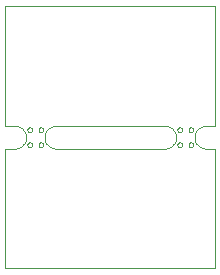
<source format=gtp>
G75*
%MOIN*%
%OFA0B0*%
%FSLAX24Y24*%
%IPPOS*%
%LPD*%
%AMOC8*
5,1,8,0,0,1.08239X$1,22.5*
%
%ADD10C,0.0000*%
D10*
X000330Y000150D02*
X000330Y004145D01*
X000643Y004145D01*
X000680Y004147D01*
X000717Y004152D01*
X000753Y004161D01*
X000788Y004174D01*
X000821Y004190D01*
X000853Y004209D01*
X000883Y004231D01*
X000910Y004256D01*
X000935Y004283D01*
X000957Y004313D01*
X000976Y004345D01*
X000992Y004378D01*
X001005Y004413D01*
X001014Y004449D01*
X001019Y004486D01*
X001021Y004523D01*
X001019Y004560D01*
X001014Y004597D01*
X001005Y004633D01*
X000992Y004668D01*
X000976Y004701D01*
X000957Y004733D01*
X000935Y004763D01*
X000910Y004790D01*
X000883Y004815D01*
X000853Y004837D01*
X000821Y004856D01*
X000788Y004872D01*
X000753Y004885D01*
X000717Y004894D01*
X000680Y004899D01*
X000643Y004901D01*
X000643Y004900D02*
X000330Y004900D01*
X000330Y008895D01*
X007322Y008895D01*
X007322Y004900D01*
X007018Y004900D01*
X007018Y004901D02*
X006981Y004899D01*
X006944Y004894D01*
X006908Y004885D01*
X006873Y004872D01*
X006840Y004856D01*
X006808Y004837D01*
X006778Y004815D01*
X006751Y004790D01*
X006726Y004763D01*
X006704Y004733D01*
X006685Y004701D01*
X006669Y004668D01*
X006656Y004633D01*
X006647Y004597D01*
X006642Y004560D01*
X006640Y004523D01*
X006642Y004486D01*
X006647Y004449D01*
X006656Y004413D01*
X006669Y004378D01*
X006685Y004345D01*
X006704Y004313D01*
X006726Y004283D01*
X006751Y004256D01*
X006778Y004231D01*
X006808Y004209D01*
X006840Y004190D01*
X006873Y004174D01*
X006908Y004161D01*
X006944Y004152D01*
X006981Y004147D01*
X007018Y004145D01*
X007322Y004145D01*
X007322Y000150D01*
X000330Y000150D01*
X002018Y004145D02*
X005643Y004145D01*
X005680Y004147D01*
X005717Y004152D01*
X005753Y004161D01*
X005788Y004174D01*
X005821Y004190D01*
X005853Y004209D01*
X005883Y004231D01*
X005910Y004256D01*
X005935Y004283D01*
X005957Y004313D01*
X005976Y004345D01*
X005992Y004378D01*
X006005Y004413D01*
X006014Y004449D01*
X006019Y004486D01*
X006021Y004523D01*
X006019Y004560D01*
X006014Y004597D01*
X006005Y004633D01*
X005992Y004668D01*
X005976Y004701D01*
X005957Y004733D01*
X005935Y004763D01*
X005910Y004790D01*
X005883Y004815D01*
X005853Y004837D01*
X005821Y004856D01*
X005788Y004872D01*
X005753Y004885D01*
X005717Y004894D01*
X005680Y004899D01*
X005643Y004901D01*
X005643Y004900D02*
X002018Y004900D01*
X002018Y004901D02*
X001981Y004899D01*
X001944Y004894D01*
X001908Y004885D01*
X001873Y004872D01*
X001840Y004856D01*
X001808Y004837D01*
X001778Y004815D01*
X001751Y004790D01*
X001726Y004763D01*
X001704Y004733D01*
X001685Y004701D01*
X001669Y004668D01*
X001656Y004633D01*
X001647Y004597D01*
X001642Y004560D01*
X001640Y004523D01*
X001642Y004486D01*
X001647Y004449D01*
X001656Y004413D01*
X001669Y004378D01*
X001685Y004345D01*
X001704Y004313D01*
X001726Y004283D01*
X001751Y004256D01*
X001778Y004231D01*
X001808Y004209D01*
X001840Y004190D01*
X001873Y004174D01*
X001908Y004161D01*
X001944Y004152D01*
X001981Y004147D01*
X002018Y004145D01*
X001439Y004275D02*
X001441Y004293D01*
X001447Y004309D01*
X001456Y004324D01*
X001469Y004337D01*
X001484Y004346D01*
X001500Y004352D01*
X001518Y004354D01*
X001536Y004352D01*
X001552Y004346D01*
X001567Y004337D01*
X001580Y004324D01*
X001589Y004309D01*
X001595Y004293D01*
X001597Y004275D01*
X001595Y004257D01*
X001589Y004241D01*
X001580Y004226D01*
X001567Y004213D01*
X001552Y004204D01*
X001536Y004198D01*
X001518Y004196D01*
X001500Y004198D01*
X001484Y004204D01*
X001469Y004213D01*
X001456Y004226D01*
X001447Y004241D01*
X001441Y004257D01*
X001439Y004275D01*
X001064Y004275D02*
X001066Y004293D01*
X001072Y004309D01*
X001081Y004324D01*
X001094Y004337D01*
X001109Y004346D01*
X001125Y004352D01*
X001143Y004354D01*
X001161Y004352D01*
X001177Y004346D01*
X001192Y004337D01*
X001205Y004324D01*
X001214Y004309D01*
X001220Y004293D01*
X001222Y004275D01*
X001220Y004257D01*
X001214Y004241D01*
X001205Y004226D01*
X001192Y004213D01*
X001177Y004204D01*
X001161Y004198D01*
X001143Y004196D01*
X001125Y004198D01*
X001109Y004204D01*
X001094Y004213D01*
X001081Y004226D01*
X001072Y004241D01*
X001066Y004257D01*
X001064Y004275D01*
X001064Y004775D02*
X001066Y004793D01*
X001072Y004809D01*
X001081Y004824D01*
X001094Y004837D01*
X001109Y004846D01*
X001125Y004852D01*
X001143Y004854D01*
X001161Y004852D01*
X001177Y004846D01*
X001192Y004837D01*
X001205Y004824D01*
X001214Y004809D01*
X001220Y004793D01*
X001222Y004775D01*
X001220Y004757D01*
X001214Y004741D01*
X001205Y004726D01*
X001192Y004713D01*
X001177Y004704D01*
X001161Y004698D01*
X001143Y004696D01*
X001125Y004698D01*
X001109Y004704D01*
X001094Y004713D01*
X001081Y004726D01*
X001072Y004741D01*
X001066Y004757D01*
X001064Y004775D01*
X001439Y004775D02*
X001441Y004793D01*
X001447Y004809D01*
X001456Y004824D01*
X001469Y004837D01*
X001484Y004846D01*
X001500Y004852D01*
X001518Y004854D01*
X001536Y004852D01*
X001552Y004846D01*
X001567Y004837D01*
X001580Y004824D01*
X001589Y004809D01*
X001595Y004793D01*
X001597Y004775D01*
X001595Y004757D01*
X001589Y004741D01*
X001580Y004726D01*
X001567Y004713D01*
X001552Y004704D01*
X001536Y004698D01*
X001518Y004696D01*
X001500Y004698D01*
X001484Y004704D01*
X001469Y004713D01*
X001456Y004726D01*
X001447Y004741D01*
X001441Y004757D01*
X001439Y004775D01*
X006064Y004775D02*
X006066Y004793D01*
X006072Y004809D01*
X006081Y004824D01*
X006094Y004837D01*
X006109Y004846D01*
X006125Y004852D01*
X006143Y004854D01*
X006161Y004852D01*
X006177Y004846D01*
X006192Y004837D01*
X006205Y004824D01*
X006214Y004809D01*
X006220Y004793D01*
X006222Y004775D01*
X006220Y004757D01*
X006214Y004741D01*
X006205Y004726D01*
X006192Y004713D01*
X006177Y004704D01*
X006161Y004698D01*
X006143Y004696D01*
X006125Y004698D01*
X006109Y004704D01*
X006094Y004713D01*
X006081Y004726D01*
X006072Y004741D01*
X006066Y004757D01*
X006064Y004775D01*
X006064Y004275D02*
X006066Y004293D01*
X006072Y004309D01*
X006081Y004324D01*
X006094Y004337D01*
X006109Y004346D01*
X006125Y004352D01*
X006143Y004354D01*
X006161Y004352D01*
X006177Y004346D01*
X006192Y004337D01*
X006205Y004324D01*
X006214Y004309D01*
X006220Y004293D01*
X006222Y004275D01*
X006220Y004257D01*
X006214Y004241D01*
X006205Y004226D01*
X006192Y004213D01*
X006177Y004204D01*
X006161Y004198D01*
X006143Y004196D01*
X006125Y004198D01*
X006109Y004204D01*
X006094Y004213D01*
X006081Y004226D01*
X006072Y004241D01*
X006066Y004257D01*
X006064Y004275D01*
X006439Y004275D02*
X006441Y004293D01*
X006447Y004309D01*
X006456Y004324D01*
X006469Y004337D01*
X006484Y004346D01*
X006500Y004352D01*
X006518Y004354D01*
X006536Y004352D01*
X006552Y004346D01*
X006567Y004337D01*
X006580Y004324D01*
X006589Y004309D01*
X006595Y004293D01*
X006597Y004275D01*
X006595Y004257D01*
X006589Y004241D01*
X006580Y004226D01*
X006567Y004213D01*
X006552Y004204D01*
X006536Y004198D01*
X006518Y004196D01*
X006500Y004198D01*
X006484Y004204D01*
X006469Y004213D01*
X006456Y004226D01*
X006447Y004241D01*
X006441Y004257D01*
X006439Y004275D01*
X006439Y004775D02*
X006441Y004793D01*
X006447Y004809D01*
X006456Y004824D01*
X006469Y004837D01*
X006484Y004846D01*
X006500Y004852D01*
X006518Y004854D01*
X006536Y004852D01*
X006552Y004846D01*
X006567Y004837D01*
X006580Y004824D01*
X006589Y004809D01*
X006595Y004793D01*
X006597Y004775D01*
X006595Y004757D01*
X006589Y004741D01*
X006580Y004726D01*
X006567Y004713D01*
X006552Y004704D01*
X006536Y004698D01*
X006518Y004696D01*
X006500Y004698D01*
X006484Y004704D01*
X006469Y004713D01*
X006456Y004726D01*
X006447Y004741D01*
X006441Y004757D01*
X006439Y004775D01*
M02*

</source>
